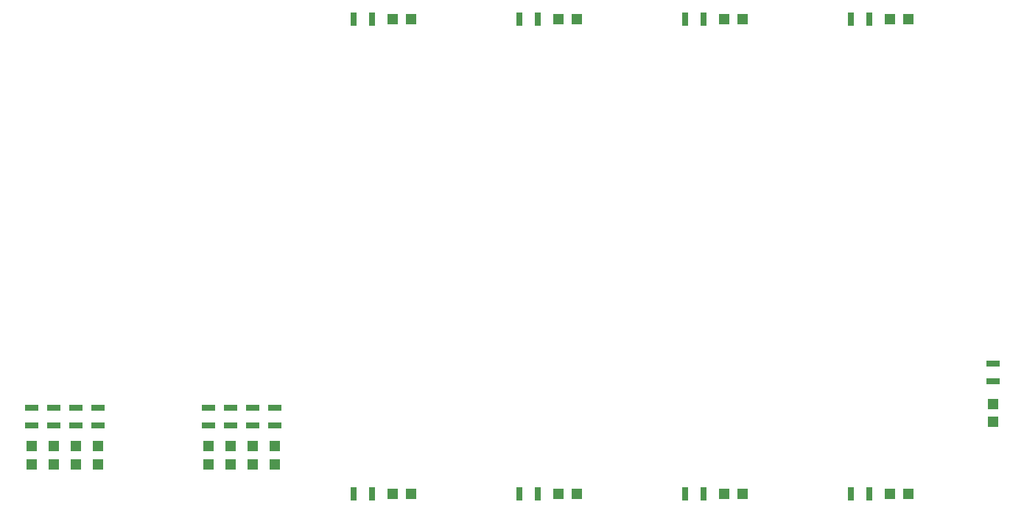
<source format=gtp>
G04 #@! TF.GenerationSoftware,KiCad,Pcbnew,6.0.0-unknown-69339f3~86~ubuntu18.04.1*
G04 #@! TF.CreationDate,2019-05-17T15:55:12-04:00*
G04 #@! TF.ProjectId,backlight_controller_5x3,6261636b-6c69-4676-9874-5f636f6e7472,1.3*
G04 #@! TF.SameCoordinates,Original*
G04 #@! TF.FileFunction,Paste,Top*
G04 #@! TF.FilePolarity,Positive*
%FSLAX46Y46*%
G04 Gerber Fmt 4.6, Leading zero omitted, Abs format (unit mm)*
G04 Created by KiCad (PCBNEW 6.0.0-unknown-69339f3~86~ubuntu18.04.1) date 2019-05-17 15:55:12*
%MOMM*%
%LPD*%
G04 APERTURE LIST*
%ADD10R,1.193800X1.193800*%
%ADD11R,1.600200X0.787400*%
%ADD12R,0.787400X1.600200*%
G04 APERTURE END LIST*
D10*
X78740000Y-129324100D03*
X78740000Y-127215900D03*
X189230000Y-124460100D03*
X189230000Y-122351900D03*
X179489100Y-78105000D03*
X177380900Y-78105000D03*
X179489100Y-132715000D03*
X177380900Y-132715000D03*
X160439100Y-132715000D03*
X158330900Y-132715000D03*
X81280000Y-129324100D03*
X81280000Y-127215900D03*
X160439100Y-78105000D03*
X158330900Y-78105000D03*
X141389100Y-132715000D03*
X139280900Y-132715000D03*
X86360000Y-129324100D03*
X86360000Y-127215900D03*
X141389100Y-78105000D03*
X139280900Y-78105000D03*
X122339100Y-132715000D03*
X120230900Y-132715000D03*
X99060000Y-129324100D03*
X99060000Y-127215900D03*
X122339100Y-78105000D03*
X120230900Y-78105000D03*
X101600000Y-129324100D03*
X101600000Y-127215900D03*
X106680000Y-129324100D03*
X106680000Y-127215900D03*
X104140000Y-129324100D03*
X104140000Y-127215900D03*
X83820000Y-129324100D03*
X83820000Y-127215900D03*
D11*
X99060000Y-124866400D03*
X99060000Y-122783600D03*
X101600000Y-124866400D03*
X101600000Y-122783600D03*
X86360000Y-124866400D03*
X86360000Y-122783600D03*
X83820000Y-124866400D03*
X83820000Y-122783600D03*
X81280000Y-124866400D03*
X81280000Y-122783600D03*
X104140000Y-124866400D03*
X104140000Y-122783600D03*
X78740000Y-124866400D03*
X78740000Y-122783600D03*
X189230000Y-119786400D03*
X189230000Y-117703600D03*
X106680000Y-124866400D03*
X106680000Y-122783600D03*
D12*
X175031400Y-132715000D03*
X172948600Y-132715000D03*
X117881400Y-78105000D03*
X115798600Y-78105000D03*
X155981400Y-78105000D03*
X153898600Y-78105000D03*
X117881400Y-132715000D03*
X115798600Y-132715000D03*
X155981400Y-132715000D03*
X153898600Y-132715000D03*
X175031400Y-78105000D03*
X172948600Y-78105000D03*
X136931400Y-78105000D03*
X134848600Y-78105000D03*
X136931400Y-132715000D03*
X134848600Y-132715000D03*
M02*

</source>
